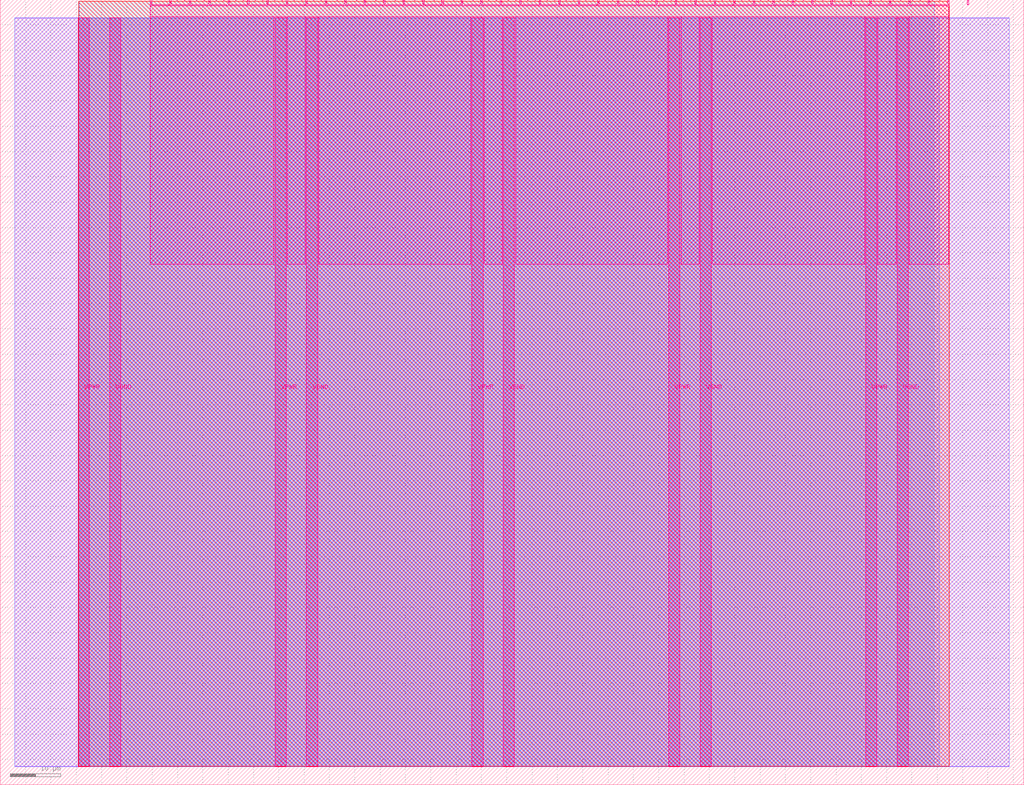
<source format=lef>
VERSION 5.7 ;
  NOWIREEXTENSIONATPIN ON ;
  DIVIDERCHAR "/" ;
  BUSBITCHARS "[]" ;
MACRO tt_um_dog_BILBO
  CLASS BLOCK ;
  FOREIGN tt_um_dog_BILBO ;
  ORIGIN 0.000 0.000 ;
  SIZE 202.080 BY 154.980 ;
  PIN VGND
    DIRECTION INOUT ;
    USE GROUND ;
    PORT
      LAYER Metal5 ;
        RECT 21.580 3.560 23.780 151.420 ;
    END
    PORT
      LAYER Metal5 ;
        RECT 60.450 3.560 62.650 151.420 ;
    END
    PORT
      LAYER Metal5 ;
        RECT 99.320 3.560 101.520 151.420 ;
    END
    PORT
      LAYER Metal5 ;
        RECT 138.190 3.560 140.390 151.420 ;
    END
    PORT
      LAYER Metal5 ;
        RECT 177.060 3.560 179.260 151.420 ;
    END
  END VGND
  PIN VPWR
    DIRECTION INOUT ;
    USE POWER ;
    PORT
      LAYER Metal5 ;
        RECT 15.380 3.560 17.580 151.420 ;
    END
    PORT
      LAYER Metal5 ;
        RECT 54.250 3.560 56.450 151.420 ;
    END
    PORT
      LAYER Metal5 ;
        RECT 93.120 3.560 95.320 151.420 ;
    END
    PORT
      LAYER Metal5 ;
        RECT 131.990 3.560 134.190 151.420 ;
    END
    PORT
      LAYER Metal5 ;
        RECT 170.860 3.560 173.060 151.420 ;
    END
  END VPWR
  PIN clk
    DIRECTION INPUT ;
    USE SIGNAL ;
    ANTENNAGATEAREA 0.213200 ;
    PORT
      LAYER Metal5 ;
        RECT 187.050 153.980 187.350 154.980 ;
    END
  END clk
  PIN ena
    DIRECTION INPUT ;
    USE SIGNAL ;
    PORT
      LAYER Metal5 ;
        RECT 190.890 153.980 191.190 154.980 ;
    END
  END ena
  PIN rst_n
    DIRECTION INPUT ;
    USE SIGNAL ;
    ANTENNAGATEAREA 0.314600 ;
    PORT
      LAYER Metal5 ;
        RECT 183.210 153.980 183.510 154.980 ;
    END
  END rst_n
  PIN ui_in[0]
    DIRECTION INPUT ;
    USE SIGNAL ;
    ANTENNAGATEAREA 0.180700 ;
    PORT
      LAYER Metal5 ;
        RECT 179.370 153.980 179.670 154.980 ;
    END
  END ui_in[0]
  PIN ui_in[1]
    DIRECTION INPUT ;
    USE SIGNAL ;
    ANTENNAGATEAREA 0.180700 ;
    PORT
      LAYER Metal5 ;
        RECT 175.530 153.980 175.830 154.980 ;
    END
  END ui_in[1]
  PIN ui_in[2]
    DIRECTION INPUT ;
    USE SIGNAL ;
    ANTENNAGATEAREA 0.180700 ;
    PORT
      LAYER Metal5 ;
        RECT 171.690 153.980 171.990 154.980 ;
    END
  END ui_in[2]
  PIN ui_in[3]
    DIRECTION INPUT ;
    USE SIGNAL ;
    PORT
      LAYER Metal5 ;
        RECT 167.850 153.980 168.150 154.980 ;
    END
  END ui_in[3]
  PIN ui_in[4]
    DIRECTION INPUT ;
    USE SIGNAL ;
    PORT
      LAYER Metal5 ;
        RECT 164.010 153.980 164.310 154.980 ;
    END
  END ui_in[4]
  PIN ui_in[5]
    DIRECTION INPUT ;
    USE SIGNAL ;
    PORT
      LAYER Metal5 ;
        RECT 160.170 153.980 160.470 154.980 ;
    END
  END ui_in[5]
  PIN ui_in[6]
    DIRECTION INPUT ;
    USE SIGNAL ;
    PORT
      LAYER Metal5 ;
        RECT 156.330 153.980 156.630 154.980 ;
    END
  END ui_in[6]
  PIN ui_in[7]
    DIRECTION INPUT ;
    USE SIGNAL ;
    PORT
      LAYER Metal5 ;
        RECT 152.490 153.980 152.790 154.980 ;
    END
  END ui_in[7]
  PIN uio_in[0]
    DIRECTION INPUT ;
    USE SIGNAL ;
    ANTENNAGATEAREA 0.180700 ;
    PORT
      LAYER Metal5 ;
        RECT 148.650 153.980 148.950 154.980 ;
    END
  END uio_in[0]
  PIN uio_in[1]
    DIRECTION INPUT ;
    USE SIGNAL ;
    ANTENNAGATEAREA 0.180700 ;
    PORT
      LAYER Metal5 ;
        RECT 144.810 153.980 145.110 154.980 ;
    END
  END uio_in[1]
  PIN uio_in[2]
    DIRECTION INPUT ;
    USE SIGNAL ;
    ANTENNAGATEAREA 0.180700 ;
    PORT
      LAYER Metal5 ;
        RECT 140.970 153.980 141.270 154.980 ;
    END
  END uio_in[2]
  PIN uio_in[3]
    DIRECTION INPUT ;
    USE SIGNAL ;
    ANTENNAGATEAREA 0.180700 ;
    PORT
      LAYER Metal5 ;
        RECT 137.130 153.980 137.430 154.980 ;
    END
  END uio_in[3]
  PIN uio_in[4]
    DIRECTION INPUT ;
    USE SIGNAL ;
    ANTENNAGATEAREA 0.180700 ;
    PORT
      LAYER Metal5 ;
        RECT 133.290 153.980 133.590 154.980 ;
    END
  END uio_in[4]
  PIN uio_in[5]
    DIRECTION INPUT ;
    USE SIGNAL ;
    ANTENNAGATEAREA 0.180700 ;
    PORT
      LAYER Metal5 ;
        RECT 129.450 153.980 129.750 154.980 ;
    END
  END uio_in[5]
  PIN uio_in[6]
    DIRECTION INPUT ;
    USE SIGNAL ;
    ANTENNAGATEAREA 0.180700 ;
    PORT
      LAYER Metal5 ;
        RECT 125.610 153.980 125.910 154.980 ;
    END
  END uio_in[6]
  PIN uio_in[7]
    DIRECTION INPUT ;
    USE SIGNAL ;
    ANTENNAGATEAREA 0.180700 ;
    PORT
      LAYER Metal5 ;
        RECT 121.770 153.980 122.070 154.980 ;
    END
  END uio_in[7]
  PIN uio_oe[0]
    DIRECTION OUTPUT ;
    USE SIGNAL ;
    ANTENNADIFFAREA 0.392700 ;
    PORT
      LAYER Metal5 ;
        RECT 56.490 153.980 56.790 154.980 ;
    END
  END uio_oe[0]
  PIN uio_oe[1]
    DIRECTION OUTPUT ;
    USE SIGNAL ;
    ANTENNADIFFAREA 0.392700 ;
    PORT
      LAYER Metal5 ;
        RECT 52.650 153.980 52.950 154.980 ;
    END
  END uio_oe[1]
  PIN uio_oe[2]
    DIRECTION OUTPUT ;
    USE SIGNAL ;
    ANTENNADIFFAREA 0.392700 ;
    PORT
      LAYER Metal5 ;
        RECT 48.810 153.980 49.110 154.980 ;
    END
  END uio_oe[2]
  PIN uio_oe[3]
    DIRECTION OUTPUT ;
    USE SIGNAL ;
    ANTENNADIFFAREA 0.392700 ;
    PORT
      LAYER Metal5 ;
        RECT 44.970 153.980 45.270 154.980 ;
    END
  END uio_oe[3]
  PIN uio_oe[4]
    DIRECTION OUTPUT ;
    USE SIGNAL ;
    ANTENNADIFFAREA 0.392700 ;
    PORT
      LAYER Metal5 ;
        RECT 41.130 153.980 41.430 154.980 ;
    END
  END uio_oe[4]
  PIN uio_oe[5]
    DIRECTION OUTPUT ;
    USE SIGNAL ;
    ANTENNADIFFAREA 0.392700 ;
    PORT
      LAYER Metal5 ;
        RECT 37.290 153.980 37.590 154.980 ;
    END
  END uio_oe[5]
  PIN uio_oe[6]
    DIRECTION OUTPUT ;
    USE SIGNAL ;
    ANTENNADIFFAREA 0.392700 ;
    PORT
      LAYER Metal5 ;
        RECT 33.450 153.980 33.750 154.980 ;
    END
  END uio_oe[6]
  PIN uio_oe[7]
    DIRECTION OUTPUT ;
    USE SIGNAL ;
    ANTENNADIFFAREA 0.392700 ;
    PORT
      LAYER Metal5 ;
        RECT 29.610 153.980 29.910 154.980 ;
    END
  END uio_oe[7]
  PIN uio_out[0]
    DIRECTION OUTPUT ;
    USE SIGNAL ;
    ANTENNADIFFAREA 0.654800 ;
    PORT
      LAYER Metal5 ;
        RECT 87.210 153.980 87.510 154.980 ;
    END
  END uio_out[0]
  PIN uio_out[1]
    DIRECTION OUTPUT ;
    USE SIGNAL ;
    ANTENNADIFFAREA 0.654800 ;
    PORT
      LAYER Metal5 ;
        RECT 83.370 153.980 83.670 154.980 ;
    END
  END uio_out[1]
  PIN uio_out[2]
    DIRECTION OUTPUT ;
    USE SIGNAL ;
    ANTENNADIFFAREA 0.654800 ;
    PORT
      LAYER Metal5 ;
        RECT 79.530 153.980 79.830 154.980 ;
    END
  END uio_out[2]
  PIN uio_out[3]
    DIRECTION OUTPUT ;
    USE SIGNAL ;
    ANTENNADIFFAREA 0.654800 ;
    PORT
      LAYER Metal5 ;
        RECT 75.690 153.980 75.990 154.980 ;
    END
  END uio_out[3]
  PIN uio_out[4]
    DIRECTION OUTPUT ;
    USE SIGNAL ;
    ANTENNADIFFAREA 0.654800 ;
    PORT
      LAYER Metal5 ;
        RECT 71.850 153.980 72.150 154.980 ;
    END
  END uio_out[4]
  PIN uio_out[5]
    DIRECTION OUTPUT ;
    USE SIGNAL ;
    ANTENNADIFFAREA 0.654800 ;
    PORT
      LAYER Metal5 ;
        RECT 68.010 153.980 68.310 154.980 ;
    END
  END uio_out[5]
  PIN uio_out[6]
    DIRECTION OUTPUT ;
    USE SIGNAL ;
    ANTENNADIFFAREA 0.706800 ;
    PORT
      LAYER Metal5 ;
        RECT 64.170 153.980 64.470 154.980 ;
    END
  END uio_out[6]
  PIN uio_out[7]
    DIRECTION OUTPUT ;
    USE SIGNAL ;
    ANTENNADIFFAREA 0.706800 ;
    PORT
      LAYER Metal5 ;
        RECT 60.330 153.980 60.630 154.980 ;
    END
  END uio_out[7]
  PIN uo_out[0]
    DIRECTION OUTPUT ;
    USE SIGNAL ;
    ANTENNADIFFAREA 0.299200 ;
    PORT
      LAYER Metal5 ;
        RECT 117.930 153.980 118.230 154.980 ;
    END
  END uo_out[0]
  PIN uo_out[1]
    DIRECTION OUTPUT ;
    USE SIGNAL ;
    ANTENNADIFFAREA 0.299200 ;
    PORT
      LAYER Metal5 ;
        RECT 114.090 153.980 114.390 154.980 ;
    END
  END uo_out[1]
  PIN uo_out[2]
    DIRECTION OUTPUT ;
    USE SIGNAL ;
    ANTENNADIFFAREA 0.299200 ;
    PORT
      LAYER Metal5 ;
        RECT 110.250 153.980 110.550 154.980 ;
    END
  END uo_out[2]
  PIN uo_out[3]
    DIRECTION OUTPUT ;
    USE SIGNAL ;
    ANTENNADIFFAREA 0.299200 ;
    PORT
      LAYER Metal5 ;
        RECT 106.410 153.980 106.710 154.980 ;
    END
  END uo_out[3]
  PIN uo_out[4]
    DIRECTION OUTPUT ;
    USE SIGNAL ;
    ANTENNADIFFAREA 0.299200 ;
    PORT
      LAYER Metal5 ;
        RECT 102.570 153.980 102.870 154.980 ;
    END
  END uo_out[4]
  PIN uo_out[5]
    DIRECTION OUTPUT ;
    USE SIGNAL ;
    ANTENNADIFFAREA 0.299200 ;
    PORT
      LAYER Metal5 ;
        RECT 98.730 153.980 99.030 154.980 ;
    END
  END uo_out[5]
  PIN uo_out[6]
    DIRECTION OUTPUT ;
    USE SIGNAL ;
    ANTENNADIFFAREA 0.299200 ;
    PORT
      LAYER Metal5 ;
        RECT 94.890 153.980 95.190 154.980 ;
    END
  END uo_out[6]
  PIN uo_out[7]
    DIRECTION OUTPUT ;
    USE SIGNAL ;
    ANTENNADIFFAREA 0.706800 ;
    PORT
      LAYER Metal5 ;
        RECT 91.050 153.980 91.350 154.980 ;
    END
  END uo_out[7]
  OBS
      LAYER GatPoly ;
        RECT 2.880 3.630 199.200 151.350 ;
      LAYER Metal1 ;
        RECT 2.880 3.560 199.200 151.420 ;
      LAYER Metal2 ;
        RECT 15.515 3.680 185.425 151.300 ;
      LAYER Metal3 ;
        RECT 15.560 3.635 184.420 154.705 ;
      LAYER Metal4 ;
        RECT 15.515 3.680 187.345 154.660 ;
      LAYER Metal5 ;
        RECT 30.120 153.770 33.240 153.980 ;
        RECT 33.960 153.770 37.080 153.980 ;
        RECT 37.800 153.770 40.920 153.980 ;
        RECT 41.640 153.770 44.760 153.980 ;
        RECT 45.480 153.770 48.600 153.980 ;
        RECT 49.320 153.770 52.440 153.980 ;
        RECT 53.160 153.770 56.280 153.980 ;
        RECT 57.000 153.770 60.120 153.980 ;
        RECT 60.840 153.770 63.960 153.980 ;
        RECT 64.680 153.770 67.800 153.980 ;
        RECT 68.520 153.770 71.640 153.980 ;
        RECT 72.360 153.770 75.480 153.980 ;
        RECT 76.200 153.770 79.320 153.980 ;
        RECT 80.040 153.770 83.160 153.980 ;
        RECT 83.880 153.770 87.000 153.980 ;
        RECT 87.720 153.770 90.840 153.980 ;
        RECT 91.560 153.770 94.680 153.980 ;
        RECT 95.400 153.770 98.520 153.980 ;
        RECT 99.240 153.770 102.360 153.980 ;
        RECT 103.080 153.770 106.200 153.980 ;
        RECT 106.920 153.770 110.040 153.980 ;
        RECT 110.760 153.770 113.880 153.980 ;
        RECT 114.600 153.770 117.720 153.980 ;
        RECT 118.440 153.770 121.560 153.980 ;
        RECT 122.280 153.770 125.400 153.980 ;
        RECT 126.120 153.770 129.240 153.980 ;
        RECT 129.960 153.770 133.080 153.980 ;
        RECT 133.800 153.770 136.920 153.980 ;
        RECT 137.640 153.770 140.760 153.980 ;
        RECT 141.480 153.770 144.600 153.980 ;
        RECT 145.320 153.770 148.440 153.980 ;
        RECT 149.160 153.770 152.280 153.980 ;
        RECT 153.000 153.770 156.120 153.980 ;
        RECT 156.840 153.770 159.960 153.980 ;
        RECT 160.680 153.770 163.800 153.980 ;
        RECT 164.520 153.770 167.640 153.980 ;
        RECT 168.360 153.770 171.480 153.980 ;
        RECT 172.200 153.770 175.320 153.980 ;
        RECT 176.040 153.770 179.160 153.980 ;
        RECT 179.880 153.770 183.000 153.980 ;
        RECT 183.720 153.770 186.840 153.980 ;
        RECT 29.660 151.630 187.300 153.770 ;
        RECT 29.660 102.755 54.040 151.630 ;
        RECT 56.660 102.755 60.240 151.630 ;
        RECT 62.860 102.755 92.910 151.630 ;
        RECT 95.530 102.755 99.110 151.630 ;
        RECT 101.730 102.755 131.780 151.630 ;
        RECT 134.400 102.755 137.980 151.630 ;
        RECT 140.600 102.755 170.650 151.630 ;
        RECT 173.270 102.755 176.850 151.630 ;
        RECT 179.470 102.755 187.300 151.630 ;
  END
END tt_um_dog_BILBO
END LIBRARY


</source>
